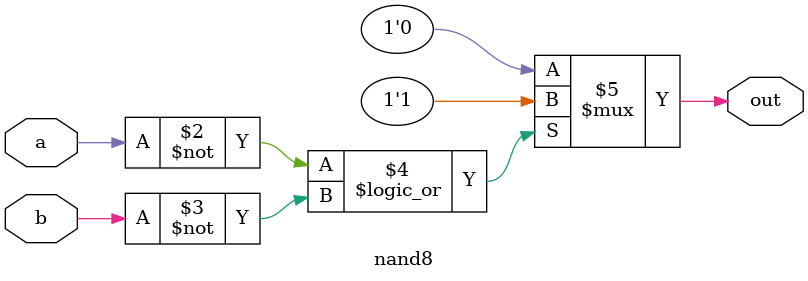
<source format=v>
module nand8 (
  input a,
  input b,
  output reg out
);

    always @(*) begin
        out = (a == 1'b0 || b == 1'b0) ? 1'b1 : 1'b0; // NAND using conditional expression
    end
endmodule

</source>
